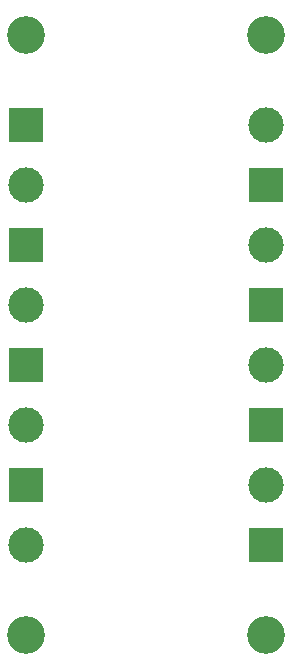
<source format=gbs>
G04 #@! TF.GenerationSoftware,KiCad,Pcbnew,6.0.9-8da3e8f707~116~ubuntu20.04.1*
G04 #@! TF.CreationDate,2023-04-19T17:37:20+00:00*
G04 #@! TF.ProjectId,LEC030001,4c454330-3330-4303-9031-2e6b69636164,rev?*
G04 #@! TF.SameCoordinates,Original*
G04 #@! TF.FileFunction,Soldermask,Bot*
G04 #@! TF.FilePolarity,Negative*
%FSLAX46Y46*%
G04 Gerber Fmt 4.6, Leading zero omitted, Abs format (unit mm)*
G04 Created by KiCad (PCBNEW 6.0.9-8da3e8f707~116~ubuntu20.04.1) date 2023-04-19 17:37:20*
%MOMM*%
%LPD*%
G01*
G04 APERTURE LIST*
%ADD10C,3.200000*%
%ADD11R,3.000000X3.000000*%
%ADD12C,3.000000*%
G04 APERTURE END LIST*
D10*
G04 #@! TO.C,H3*
X203200000Y-101600000D03*
G04 #@! TD*
G04 #@! TO.C,H4*
X203200000Y-50800000D03*
G04 #@! TD*
D11*
G04 #@! TO.C,J5*
X203200000Y-83820000D03*
D12*
X203200000Y-78740000D03*
G04 #@! TD*
D11*
G04 #@! TO.C,J6*
X203200000Y-63500000D03*
D12*
X203200000Y-58420000D03*
G04 #@! TD*
D11*
G04 #@! TO.C,J7*
X203200000Y-93980000D03*
D12*
X203200000Y-88900000D03*
G04 #@! TD*
D11*
G04 #@! TO.C,J8*
X203200000Y-73660000D03*
D12*
X203200000Y-68580000D03*
G04 #@! TD*
D11*
G04 #@! TO.C,J2*
X182880000Y-78740000D03*
D12*
X182880000Y-83820000D03*
G04 #@! TD*
D10*
G04 #@! TO.C,H2*
X182880000Y-50800000D03*
G04 #@! TD*
G04 #@! TO.C,H1*
X182880000Y-101600000D03*
G04 #@! TD*
D11*
G04 #@! TO.C,J1*
X182880000Y-68580000D03*
D12*
X182880000Y-73660000D03*
G04 #@! TD*
D11*
G04 #@! TO.C,J4*
X182880000Y-88900000D03*
D12*
X182880000Y-93980000D03*
G04 #@! TD*
D11*
G04 #@! TO.C,J3*
X182880000Y-58420000D03*
D12*
X182880000Y-63500000D03*
G04 #@! TD*
M02*

</source>
